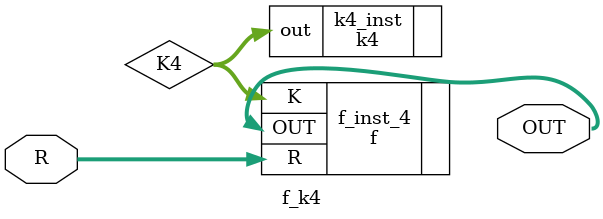
<source format=v>
/**
 * Round function del round 4: funzione f(R, K)
 *
 * Utilizza R3 del round precedente e K4
 * per calcolare il valore (facendo lo XOR con L3) di R4.
*/

module f_k4(
    input [32:1] R,
    output [32:1] OUT
);

    wire [48:1] K4;
    k4 k4_inst(
        .out(K4[48:1])
    );

    f f_inst_4(
        .R(R[32:1]),
        .K(K4[48:1]),
        .OUT(OUT[32:1])
    );
endmodule

</source>
